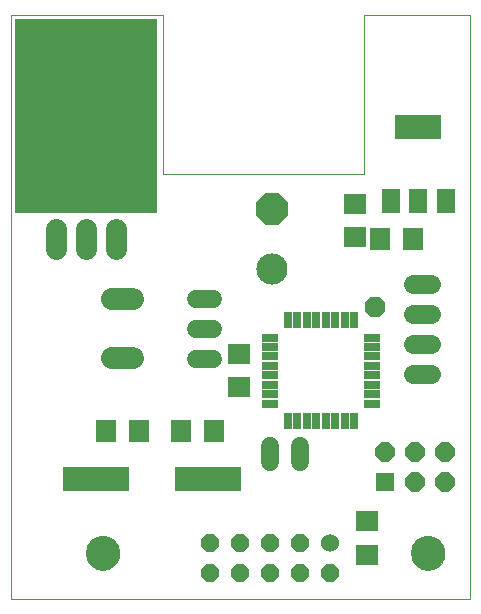
<source format=gts>
G75*
G70*
%OFA0B0*%
%FSLAX24Y24*%
%IPPOS*%
%LPD*%
%AMOC8*
5,1,8,0,0,1.08239X$1,22.5*
%
%ADD10C,0.0000*%
%ADD11R,0.4750X0.6500*%
%ADD12R,0.0540X0.0260*%
%ADD13R,0.0260X0.0540*%
%ADD14R,0.0749X0.0670*%
%ADD15R,0.0750X0.0670*%
%ADD16R,0.2205X0.0827*%
%ADD17R,0.0670X0.0749*%
%ADD18R,0.0640X0.0640*%
%ADD19OC8,0.0640*%
%ADD20C,0.0745*%
%ADD21R,0.0631X0.0827*%
%ADD22R,0.1536X0.0827*%
%ADD23C,0.0600*%
%ADD24OC8,0.0600*%
%ADD25C,0.0600*%
%ADD26C,0.0634*%
%ADD27C,0.1040*%
%ADD28OC8,0.1040*%
%ADD29C,0.1142*%
%ADD30OC8,0.0670*%
%ADD31C,0.0700*%
%ADD32C,0.1340*%
D10*
X000605Y000776D02*
X000605Y020264D01*
X005648Y020264D01*
X005648Y014949D01*
X012341Y014949D01*
X012341Y020264D01*
X015884Y020264D01*
X015884Y000776D01*
X000605Y000776D01*
X003090Y002312D02*
X003092Y002359D01*
X003098Y002405D01*
X003108Y002451D01*
X003121Y002496D01*
X003139Y002539D01*
X003160Y002581D01*
X003184Y002621D01*
X003212Y002658D01*
X003243Y002693D01*
X003277Y002726D01*
X003313Y002755D01*
X003352Y002781D01*
X003393Y002804D01*
X003436Y002823D01*
X003480Y002839D01*
X003525Y002851D01*
X003571Y002859D01*
X003618Y002863D01*
X003664Y002863D01*
X003711Y002859D01*
X003757Y002851D01*
X003802Y002839D01*
X003846Y002823D01*
X003889Y002804D01*
X003930Y002781D01*
X003969Y002755D01*
X004005Y002726D01*
X004039Y002693D01*
X004070Y002658D01*
X004098Y002621D01*
X004122Y002581D01*
X004143Y002539D01*
X004161Y002496D01*
X004174Y002451D01*
X004184Y002405D01*
X004190Y002359D01*
X004192Y002312D01*
X004190Y002265D01*
X004184Y002219D01*
X004174Y002173D01*
X004161Y002128D01*
X004143Y002085D01*
X004122Y002043D01*
X004098Y002003D01*
X004070Y001966D01*
X004039Y001931D01*
X004005Y001898D01*
X003969Y001869D01*
X003930Y001843D01*
X003889Y001820D01*
X003846Y001801D01*
X003802Y001785D01*
X003757Y001773D01*
X003711Y001765D01*
X003664Y001761D01*
X003618Y001761D01*
X003571Y001765D01*
X003525Y001773D01*
X003480Y001785D01*
X003436Y001801D01*
X003393Y001820D01*
X003352Y001843D01*
X003313Y001869D01*
X003277Y001898D01*
X003243Y001931D01*
X003212Y001966D01*
X003184Y002003D01*
X003160Y002043D01*
X003139Y002085D01*
X003121Y002128D01*
X003108Y002173D01*
X003098Y002219D01*
X003092Y002265D01*
X003090Y002312D01*
X013936Y002311D02*
X013938Y002358D01*
X013944Y002404D01*
X013954Y002450D01*
X013967Y002495D01*
X013985Y002538D01*
X014006Y002580D01*
X014030Y002620D01*
X014058Y002657D01*
X014089Y002692D01*
X014123Y002725D01*
X014159Y002754D01*
X014198Y002780D01*
X014239Y002803D01*
X014282Y002822D01*
X014326Y002838D01*
X014371Y002850D01*
X014417Y002858D01*
X014464Y002862D01*
X014510Y002862D01*
X014557Y002858D01*
X014603Y002850D01*
X014648Y002838D01*
X014692Y002822D01*
X014735Y002803D01*
X014776Y002780D01*
X014815Y002754D01*
X014851Y002725D01*
X014885Y002692D01*
X014916Y002657D01*
X014944Y002620D01*
X014968Y002580D01*
X014989Y002538D01*
X015007Y002495D01*
X015020Y002450D01*
X015030Y002404D01*
X015036Y002358D01*
X015038Y002311D01*
X015036Y002264D01*
X015030Y002218D01*
X015020Y002172D01*
X015007Y002127D01*
X014989Y002084D01*
X014968Y002042D01*
X014944Y002002D01*
X014916Y001965D01*
X014885Y001930D01*
X014851Y001897D01*
X014815Y001868D01*
X014776Y001842D01*
X014735Y001819D01*
X014692Y001800D01*
X014648Y001784D01*
X014603Y001772D01*
X014557Y001764D01*
X014510Y001760D01*
X014464Y001760D01*
X014417Y001764D01*
X014371Y001772D01*
X014326Y001784D01*
X014282Y001800D01*
X014239Y001819D01*
X014198Y001842D01*
X014159Y001868D01*
X014123Y001897D01*
X014089Y001930D01*
X014058Y001965D01*
X014030Y002002D01*
X014006Y002042D01*
X013985Y002084D01*
X013967Y002127D01*
X013954Y002172D01*
X013944Y002218D01*
X013938Y002264D01*
X013936Y002311D01*
X002455Y018676D02*
X002457Y018726D01*
X002463Y018776D01*
X002473Y018826D01*
X002486Y018874D01*
X002503Y018922D01*
X002524Y018968D01*
X002548Y019012D01*
X002576Y019054D01*
X002607Y019094D01*
X002641Y019131D01*
X002678Y019166D01*
X002717Y019197D01*
X002758Y019226D01*
X002802Y019251D01*
X002848Y019273D01*
X002895Y019291D01*
X002943Y019305D01*
X002992Y019316D01*
X003042Y019323D01*
X003092Y019326D01*
X003143Y019325D01*
X003193Y019320D01*
X003243Y019311D01*
X003291Y019299D01*
X003339Y019282D01*
X003385Y019262D01*
X003430Y019239D01*
X003473Y019212D01*
X003513Y019182D01*
X003551Y019149D01*
X003586Y019113D01*
X003619Y019074D01*
X003648Y019033D01*
X003674Y018990D01*
X003697Y018945D01*
X003716Y018898D01*
X003731Y018850D01*
X003743Y018801D01*
X003751Y018751D01*
X003755Y018701D01*
X003755Y018651D01*
X003751Y018601D01*
X003743Y018551D01*
X003731Y018502D01*
X003716Y018454D01*
X003697Y018407D01*
X003674Y018362D01*
X003648Y018319D01*
X003619Y018278D01*
X003586Y018239D01*
X003551Y018203D01*
X003513Y018170D01*
X003473Y018140D01*
X003430Y018113D01*
X003385Y018090D01*
X003339Y018070D01*
X003291Y018053D01*
X003243Y018041D01*
X003193Y018032D01*
X003143Y018027D01*
X003092Y018026D01*
X003042Y018029D01*
X002992Y018036D01*
X002943Y018047D01*
X002895Y018061D01*
X002848Y018079D01*
X002802Y018101D01*
X002758Y018126D01*
X002717Y018155D01*
X002678Y018186D01*
X002641Y018221D01*
X002607Y018258D01*
X002576Y018298D01*
X002548Y018340D01*
X002524Y018384D01*
X002503Y018430D01*
X002486Y018478D01*
X002473Y018526D01*
X002463Y018576D01*
X002457Y018626D01*
X002455Y018676D01*
D11*
X003105Y016901D03*
D12*
X009237Y009503D03*
X009237Y009188D03*
X009237Y008874D03*
X009237Y008559D03*
X009237Y008244D03*
X009237Y007929D03*
X009237Y007614D03*
X009237Y007299D03*
X012617Y007299D03*
X012617Y007614D03*
X012617Y007929D03*
X012617Y008244D03*
X012617Y008559D03*
X012617Y008874D03*
X012617Y009188D03*
X012617Y009503D03*
D13*
X012029Y010091D03*
X011714Y010091D03*
X011399Y010091D03*
X011084Y010091D03*
X010769Y010091D03*
X010454Y010091D03*
X010139Y010091D03*
X009824Y010091D03*
X009824Y006711D03*
X010139Y006711D03*
X010454Y006711D03*
X010769Y006711D03*
X011084Y006711D03*
X011399Y006711D03*
X011714Y006711D03*
X012029Y006711D03*
D14*
X008177Y007850D03*
X008177Y008952D03*
X012052Y012850D03*
X012052Y013952D03*
D15*
X012452Y003373D03*
X012452Y002254D03*
D16*
X007172Y004776D03*
X003431Y004776D03*
D17*
X003750Y006401D03*
X004853Y006401D03*
X006250Y006401D03*
X007353Y006401D03*
X012900Y012776D03*
X014003Y012776D03*
D18*
X013062Y004674D03*
D19*
X013062Y005674D03*
X014062Y005674D03*
X014062Y004674D03*
X015062Y004674D03*
X015062Y005674D03*
D20*
X004665Y008815D02*
X003960Y008815D01*
X003960Y010784D02*
X004665Y010784D01*
D21*
X013262Y014048D03*
X014168Y014048D03*
X015073Y014048D03*
D22*
X014168Y016528D03*
D23*
X011239Y002666D03*
D24*
X011239Y001666D03*
X010239Y001666D03*
X010239Y002666D03*
X009239Y002666D03*
X009239Y001666D03*
X008239Y001666D03*
X008239Y002666D03*
X007239Y002666D03*
X007239Y001666D03*
D25*
X009227Y005340D02*
X009227Y005900D01*
X010227Y005900D02*
X010227Y005340D01*
X007332Y008776D02*
X006772Y008776D01*
X006772Y009776D02*
X007332Y009776D01*
X007332Y010776D02*
X006772Y010776D01*
D26*
X014002Y011273D02*
X014596Y011273D01*
X014596Y010273D02*
X014002Y010273D01*
X014002Y009273D02*
X014596Y009273D01*
X014596Y008273D02*
X014002Y008273D01*
D27*
X009302Y011776D03*
D28*
X009302Y013776D03*
D29*
X014487Y002311D03*
X003641Y002312D03*
D30*
X012715Y010526D03*
D31*
X004105Y012446D02*
X004105Y013106D01*
X003105Y013106D02*
X003105Y012446D01*
X002105Y012446D02*
X002105Y013106D01*
D32*
X003105Y018676D03*
M02*

</source>
